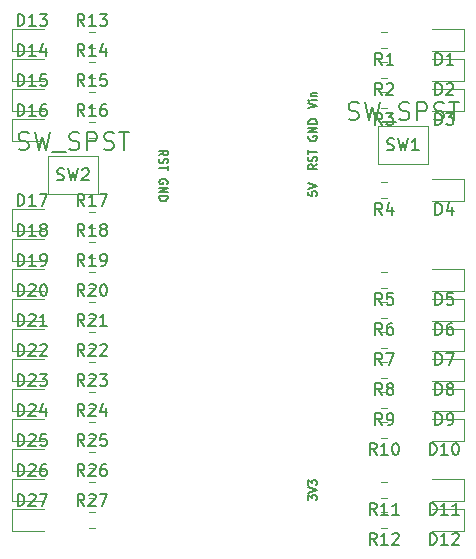
<source format=gbr>
G04 #@! TF.GenerationSoftware,KiCad,Pcbnew,(5.0.0)*
G04 #@! TF.CreationDate,2020-10-19T16:45:57-06:00*
G04 #@! TF.ProjectId,BlueMacro_LED_Tester,426C75654D6163726F5F4C45445F5465,rev?*
G04 #@! TF.SameCoordinates,Original*
G04 #@! TF.FileFunction,Legend,Top*
G04 #@! TF.FilePolarity,Positive*
%FSLAX46Y46*%
G04 Gerber Fmt 4.6, Leading zero omitted, Abs format (unit mm)*
G04 Created by KiCad (PCBNEW (5.0.0)) date 10/19/20 16:45:57*
%MOMM*%
%LPD*%
G01*
G04 APERTURE LIST*
%ADD10C,0.120000*%
%ADD11C,0.150000*%
%ADD12C,0.200000*%
G04 APERTURE END LIST*
D10*
G04 #@! TO.C,D1*
X157417500Y-68270000D02*
X160102500Y-68270000D01*
X160102500Y-68270000D02*
X160102500Y-66350000D01*
X160102500Y-66350000D02*
X157417500Y-66350000D01*
G04 #@! TO.C,D2*
X160102500Y-68890000D02*
X157417500Y-68890000D01*
X160102500Y-70810000D02*
X160102500Y-68890000D01*
X157417500Y-70810000D02*
X160102500Y-70810000D01*
G04 #@! TO.C,D3*
X160102500Y-71430000D02*
X157417500Y-71430000D01*
X160102500Y-73350000D02*
X160102500Y-71430000D01*
X157417500Y-73350000D02*
X160102500Y-73350000D01*
G04 #@! TO.C,D4*
X160102500Y-79050000D02*
X157417500Y-79050000D01*
X160102500Y-80970000D02*
X160102500Y-79050000D01*
X157417500Y-80970000D02*
X160102500Y-80970000D01*
G04 #@! TO.C,D5*
X157417500Y-88590000D02*
X160102500Y-88590000D01*
X160102500Y-88590000D02*
X160102500Y-86670000D01*
X160102500Y-86670000D02*
X157417500Y-86670000D01*
G04 #@! TO.C,D6*
X160102500Y-89210000D02*
X157417500Y-89210000D01*
X160102500Y-91130000D02*
X160102500Y-89210000D01*
X157417500Y-91130000D02*
X160102500Y-91130000D01*
G04 #@! TO.C,D7*
X157417500Y-93670000D02*
X160102500Y-93670000D01*
X160102500Y-93670000D02*
X160102500Y-91750000D01*
X160102500Y-91750000D02*
X157417500Y-91750000D01*
G04 #@! TO.C,D8*
X157417500Y-96210000D02*
X160102500Y-96210000D01*
X160102500Y-96210000D02*
X160102500Y-94290000D01*
X160102500Y-94290000D02*
X157417500Y-94290000D01*
G04 #@! TO.C,D9*
X157417500Y-98750000D02*
X160102500Y-98750000D01*
X160102500Y-98750000D02*
X160102500Y-96830000D01*
X160102500Y-96830000D02*
X157417500Y-96830000D01*
G04 #@! TO.C,D10*
X157417500Y-101290000D02*
X160102500Y-101290000D01*
X160102500Y-101290000D02*
X160102500Y-99370000D01*
X160102500Y-99370000D02*
X157417500Y-99370000D01*
G04 #@! TO.C,D11*
X157417500Y-106370000D02*
X160102500Y-106370000D01*
X160102500Y-106370000D02*
X160102500Y-104450000D01*
X160102500Y-104450000D02*
X157417500Y-104450000D01*
G04 #@! TO.C,D12*
X160102500Y-106990000D02*
X157417500Y-106990000D01*
X160102500Y-108910000D02*
X160102500Y-106990000D01*
X157417500Y-108910000D02*
X160102500Y-108910000D01*
G04 #@! TO.C,D13*
X121837500Y-68270000D02*
X124522500Y-68270000D01*
X121837500Y-66350000D02*
X121837500Y-68270000D01*
X124522500Y-66350000D02*
X121837500Y-66350000D01*
G04 #@! TO.C,D14*
X121837500Y-70810000D02*
X124522500Y-70810000D01*
X121837500Y-68890000D02*
X121837500Y-70810000D01*
X124522500Y-68890000D02*
X121837500Y-68890000D01*
G04 #@! TO.C,D15*
X121837500Y-73350000D02*
X124522500Y-73350000D01*
X121837500Y-71430000D02*
X121837500Y-73350000D01*
X124522500Y-71430000D02*
X121837500Y-71430000D01*
G04 #@! TO.C,D16*
X124522500Y-73970000D02*
X121837500Y-73970000D01*
X121837500Y-73970000D02*
X121837500Y-75890000D01*
X121837500Y-75890000D02*
X124522500Y-75890000D01*
G04 #@! TO.C,D17*
X121837500Y-83510000D02*
X124522500Y-83510000D01*
X121837500Y-81590000D02*
X121837500Y-83510000D01*
X124522500Y-81590000D02*
X121837500Y-81590000D01*
G04 #@! TO.C,D18*
X124522500Y-84130000D02*
X121837500Y-84130000D01*
X121837500Y-84130000D02*
X121837500Y-86050000D01*
X121837500Y-86050000D02*
X124522500Y-86050000D01*
G04 #@! TO.C,D19*
X121837500Y-88590000D02*
X124522500Y-88590000D01*
X121837500Y-86670000D02*
X121837500Y-88590000D01*
X124522500Y-86670000D02*
X121837500Y-86670000D01*
G04 #@! TO.C,D20*
X124522500Y-89210000D02*
X121837500Y-89210000D01*
X121837500Y-89210000D02*
X121837500Y-91130000D01*
X121837500Y-91130000D02*
X124522500Y-91130000D01*
G04 #@! TO.C,D21*
X121837500Y-93670000D02*
X124522500Y-93670000D01*
X121837500Y-91750000D02*
X121837500Y-93670000D01*
X124522500Y-91750000D02*
X121837500Y-91750000D01*
G04 #@! TO.C,D22*
X124522500Y-94290000D02*
X121837500Y-94290000D01*
X121837500Y-94290000D02*
X121837500Y-96210000D01*
X121837500Y-96210000D02*
X124522500Y-96210000D01*
G04 #@! TO.C,D23*
X124522500Y-96830000D02*
X121837500Y-96830000D01*
X121837500Y-96830000D02*
X121837500Y-98750000D01*
X121837500Y-98750000D02*
X124522500Y-98750000D01*
G04 #@! TO.C,D24*
X124522500Y-99370000D02*
X121837500Y-99370000D01*
X121837500Y-99370000D02*
X121837500Y-101290000D01*
X121837500Y-101290000D02*
X124522500Y-101290000D01*
G04 #@! TO.C,D25*
X121837500Y-103830000D02*
X124522500Y-103830000D01*
X121837500Y-101910000D02*
X121837500Y-103830000D01*
X124522500Y-101910000D02*
X121837500Y-101910000D01*
G04 #@! TO.C,D26*
X121837500Y-106370000D02*
X124522500Y-106370000D01*
X121837500Y-104450000D02*
X121837500Y-106370000D01*
X124522500Y-104450000D02*
X121837500Y-104450000D01*
G04 #@! TO.C,D27*
X124522500Y-106990000D02*
X121837500Y-106990000D01*
X121837500Y-106990000D02*
X121837500Y-108910000D01*
X121837500Y-108910000D02*
X124522500Y-108910000D01*
G04 #@! TO.C,R1*
X153596078Y-68020000D02*
X153078922Y-68020000D01*
X153596078Y-66600000D02*
X153078922Y-66600000D01*
G04 #@! TO.C,R2*
X153596078Y-69139997D02*
X153078922Y-69139997D01*
X153596078Y-70559997D02*
X153078922Y-70559997D01*
G04 #@! TO.C,R3*
X153596078Y-73100000D02*
X153078922Y-73100000D01*
X153596078Y-71680000D02*
X153078922Y-71680000D01*
G04 #@! TO.C,R4*
X153596078Y-79300000D02*
X153078922Y-79300000D01*
X153596078Y-80720000D02*
X153078922Y-80720000D01*
G04 #@! TO.C,R5*
X153596078Y-88340000D02*
X153078922Y-88340000D01*
X153596078Y-86920000D02*
X153078922Y-86920000D01*
G04 #@! TO.C,R6*
X153596078Y-89460000D02*
X153078922Y-89460000D01*
X153596078Y-90880000D02*
X153078922Y-90880000D01*
G04 #@! TO.C,R7*
X153596078Y-93420000D02*
X153078922Y-93420000D01*
X153596078Y-92000000D02*
X153078922Y-92000000D01*
G04 #@! TO.C,R8*
X153596078Y-94540000D02*
X153078922Y-94540000D01*
X153596078Y-95960000D02*
X153078922Y-95960000D01*
G04 #@! TO.C,R9*
X153596078Y-98500000D02*
X153078922Y-98500000D01*
X153596078Y-97080000D02*
X153078922Y-97080000D01*
G04 #@! TO.C,R10*
X153596078Y-99620000D02*
X153078922Y-99620000D01*
X153596078Y-101040000D02*
X153078922Y-101040000D01*
G04 #@! TO.C,R11*
X153596078Y-106120000D02*
X153078922Y-106120000D01*
X153596078Y-104700000D02*
X153078922Y-104700000D01*
G04 #@! TO.C,R12*
X153596078Y-107240000D02*
X153078922Y-107240000D01*
X153596078Y-108660000D02*
X153078922Y-108660000D01*
G04 #@! TO.C,R13*
X128343922Y-68020000D02*
X128861078Y-68020000D01*
X128343922Y-66600000D02*
X128861078Y-66600000D01*
G04 #@! TO.C,R14*
X128343922Y-70560000D02*
X128861078Y-70560000D01*
X128343922Y-69140000D02*
X128861078Y-69140000D01*
G04 #@! TO.C,R15*
X128343922Y-71680000D02*
X128861078Y-71680000D01*
X128343922Y-73100000D02*
X128861078Y-73100000D01*
G04 #@! TO.C,R16*
X128343922Y-75640000D02*
X128861078Y-75640000D01*
X128343922Y-74220000D02*
X128861078Y-74220000D01*
G04 #@! TO.C,R17*
X128343922Y-83260000D02*
X128861078Y-83260000D01*
X128343922Y-81840000D02*
X128861078Y-81840000D01*
G04 #@! TO.C,R18*
X128343922Y-84380000D02*
X128861078Y-84380000D01*
X128343922Y-85800000D02*
X128861078Y-85800000D01*
G04 #@! TO.C,R19*
X128343922Y-86920000D02*
X128861078Y-86920000D01*
X128343922Y-88340000D02*
X128861078Y-88340000D01*
G04 #@! TO.C,R20*
X128343922Y-90880000D02*
X128861078Y-90880000D01*
X128343922Y-89460000D02*
X128861078Y-89460000D01*
G04 #@! TO.C,R21*
X128343922Y-92000000D02*
X128861078Y-92000000D01*
X128343922Y-93420000D02*
X128861078Y-93420000D01*
G04 #@! TO.C,R22*
X128343922Y-94540000D02*
X128861078Y-94540000D01*
X128343922Y-95960000D02*
X128861078Y-95960000D01*
G04 #@! TO.C,R23*
X128343922Y-97080000D02*
X128861078Y-97080000D01*
X128343922Y-98500000D02*
X128861078Y-98500000D01*
G04 #@! TO.C,R24*
X128343922Y-99620000D02*
X128861078Y-99620000D01*
X128343922Y-101040000D02*
X128861078Y-101040000D01*
G04 #@! TO.C,R25*
X128343922Y-103580000D02*
X128861078Y-103580000D01*
X128343922Y-102160000D02*
X128861078Y-102160000D01*
G04 #@! TO.C,R26*
X128343922Y-104700000D02*
X128861078Y-104700000D01*
X128343922Y-106120000D02*
X128861078Y-106120000D01*
G04 #@! TO.C,R27*
X128343922Y-108660000D02*
X128861078Y-108660000D01*
X128343922Y-107240000D02*
X128861078Y-107240000D01*
G04 #@! TO.C,SW1*
X152840000Y-74600000D02*
X157040000Y-74600000D01*
X152840000Y-74600000D02*
X152840000Y-77800000D01*
X152840000Y-77800000D02*
X157040000Y-77800000D01*
X157040000Y-74600000D02*
X157040000Y-77800000D01*
G04 #@! TO.C,SW2*
X129100000Y-77140000D02*
X129100000Y-80340000D01*
X124900000Y-80340000D02*
X129100000Y-80340000D01*
X124900000Y-77140000D02*
X124900000Y-80340000D01*
X124900000Y-77140000D02*
X129100000Y-77140000D01*
G04 #@! TO.C,D1*
D11*
X157679404Y-69412380D02*
X157679404Y-68412380D01*
X157917500Y-68412380D01*
X158060357Y-68460000D01*
X158155595Y-68555238D01*
X158203214Y-68650476D01*
X158250833Y-68840952D01*
X158250833Y-68983809D01*
X158203214Y-69174285D01*
X158155595Y-69269523D01*
X158060357Y-69364761D01*
X157917500Y-69412380D01*
X157679404Y-69412380D01*
X159203214Y-69412380D02*
X158631785Y-69412380D01*
X158917500Y-69412380D02*
X158917500Y-68412380D01*
X158822261Y-68555238D01*
X158727023Y-68650476D01*
X158631785Y-68698095D01*
G04 #@! TO.C,D2*
X157679404Y-71952380D02*
X157679404Y-70952380D01*
X157917500Y-70952380D01*
X158060357Y-71000000D01*
X158155595Y-71095238D01*
X158203214Y-71190476D01*
X158250833Y-71380952D01*
X158250833Y-71523809D01*
X158203214Y-71714285D01*
X158155595Y-71809523D01*
X158060357Y-71904761D01*
X157917500Y-71952380D01*
X157679404Y-71952380D01*
X158631785Y-71047619D02*
X158679404Y-71000000D01*
X158774642Y-70952380D01*
X159012738Y-70952380D01*
X159107976Y-71000000D01*
X159155595Y-71047619D01*
X159203214Y-71142857D01*
X159203214Y-71238095D01*
X159155595Y-71380952D01*
X158584166Y-71952380D01*
X159203214Y-71952380D01*
G04 #@! TO.C,D3*
X157679404Y-74492380D02*
X157679404Y-73492380D01*
X157917500Y-73492380D01*
X158060357Y-73540000D01*
X158155595Y-73635238D01*
X158203214Y-73730476D01*
X158250833Y-73920952D01*
X158250833Y-74063809D01*
X158203214Y-74254285D01*
X158155595Y-74349523D01*
X158060357Y-74444761D01*
X157917500Y-74492380D01*
X157679404Y-74492380D01*
X158584166Y-73492380D02*
X159203214Y-73492380D01*
X158869880Y-73873333D01*
X159012738Y-73873333D01*
X159107976Y-73920952D01*
X159155595Y-73968571D01*
X159203214Y-74063809D01*
X159203214Y-74301904D01*
X159155595Y-74397142D01*
X159107976Y-74444761D01*
X159012738Y-74492380D01*
X158727023Y-74492380D01*
X158631785Y-74444761D01*
X158584166Y-74397142D01*
G04 #@! TO.C,D4*
X157679404Y-82112380D02*
X157679404Y-81112380D01*
X157917500Y-81112380D01*
X158060357Y-81160000D01*
X158155595Y-81255238D01*
X158203214Y-81350476D01*
X158250833Y-81540952D01*
X158250833Y-81683809D01*
X158203214Y-81874285D01*
X158155595Y-81969523D01*
X158060357Y-82064761D01*
X157917500Y-82112380D01*
X157679404Y-82112380D01*
X159107976Y-81445714D02*
X159107976Y-82112380D01*
X158869880Y-81064761D02*
X158631785Y-81779047D01*
X159250833Y-81779047D01*
G04 #@! TO.C,D5*
X157679404Y-89732380D02*
X157679404Y-88732380D01*
X157917500Y-88732380D01*
X158060357Y-88780000D01*
X158155595Y-88875238D01*
X158203214Y-88970476D01*
X158250833Y-89160952D01*
X158250833Y-89303809D01*
X158203214Y-89494285D01*
X158155595Y-89589523D01*
X158060357Y-89684761D01*
X157917500Y-89732380D01*
X157679404Y-89732380D01*
X159155595Y-88732380D02*
X158679404Y-88732380D01*
X158631785Y-89208571D01*
X158679404Y-89160952D01*
X158774642Y-89113333D01*
X159012738Y-89113333D01*
X159107976Y-89160952D01*
X159155595Y-89208571D01*
X159203214Y-89303809D01*
X159203214Y-89541904D01*
X159155595Y-89637142D01*
X159107976Y-89684761D01*
X159012738Y-89732380D01*
X158774642Y-89732380D01*
X158679404Y-89684761D01*
X158631785Y-89637142D01*
G04 #@! TO.C,D6*
X157679404Y-92272380D02*
X157679404Y-91272380D01*
X157917500Y-91272380D01*
X158060357Y-91320000D01*
X158155595Y-91415238D01*
X158203214Y-91510476D01*
X158250833Y-91700952D01*
X158250833Y-91843809D01*
X158203214Y-92034285D01*
X158155595Y-92129523D01*
X158060357Y-92224761D01*
X157917500Y-92272380D01*
X157679404Y-92272380D01*
X159107976Y-91272380D02*
X158917500Y-91272380D01*
X158822261Y-91320000D01*
X158774642Y-91367619D01*
X158679404Y-91510476D01*
X158631785Y-91700952D01*
X158631785Y-92081904D01*
X158679404Y-92177142D01*
X158727023Y-92224761D01*
X158822261Y-92272380D01*
X159012738Y-92272380D01*
X159107976Y-92224761D01*
X159155595Y-92177142D01*
X159203214Y-92081904D01*
X159203214Y-91843809D01*
X159155595Y-91748571D01*
X159107976Y-91700952D01*
X159012738Y-91653333D01*
X158822261Y-91653333D01*
X158727023Y-91700952D01*
X158679404Y-91748571D01*
X158631785Y-91843809D01*
G04 #@! TO.C,D7*
X157679404Y-94812380D02*
X157679404Y-93812380D01*
X157917500Y-93812380D01*
X158060357Y-93860000D01*
X158155595Y-93955238D01*
X158203214Y-94050476D01*
X158250833Y-94240952D01*
X158250833Y-94383809D01*
X158203214Y-94574285D01*
X158155595Y-94669523D01*
X158060357Y-94764761D01*
X157917500Y-94812380D01*
X157679404Y-94812380D01*
X158584166Y-93812380D02*
X159250833Y-93812380D01*
X158822261Y-94812380D01*
G04 #@! TO.C,D8*
X157679404Y-97352380D02*
X157679404Y-96352380D01*
X157917500Y-96352380D01*
X158060357Y-96400000D01*
X158155595Y-96495238D01*
X158203214Y-96590476D01*
X158250833Y-96780952D01*
X158250833Y-96923809D01*
X158203214Y-97114285D01*
X158155595Y-97209523D01*
X158060357Y-97304761D01*
X157917500Y-97352380D01*
X157679404Y-97352380D01*
X158822261Y-96780952D02*
X158727023Y-96733333D01*
X158679404Y-96685714D01*
X158631785Y-96590476D01*
X158631785Y-96542857D01*
X158679404Y-96447619D01*
X158727023Y-96400000D01*
X158822261Y-96352380D01*
X159012738Y-96352380D01*
X159107976Y-96400000D01*
X159155595Y-96447619D01*
X159203214Y-96542857D01*
X159203214Y-96590476D01*
X159155595Y-96685714D01*
X159107976Y-96733333D01*
X159012738Y-96780952D01*
X158822261Y-96780952D01*
X158727023Y-96828571D01*
X158679404Y-96876190D01*
X158631785Y-96971428D01*
X158631785Y-97161904D01*
X158679404Y-97257142D01*
X158727023Y-97304761D01*
X158822261Y-97352380D01*
X159012738Y-97352380D01*
X159107976Y-97304761D01*
X159155595Y-97257142D01*
X159203214Y-97161904D01*
X159203214Y-96971428D01*
X159155595Y-96876190D01*
X159107976Y-96828571D01*
X159012738Y-96780952D01*
G04 #@! TO.C,D9*
X157679404Y-99892380D02*
X157679404Y-98892380D01*
X157917500Y-98892380D01*
X158060357Y-98940000D01*
X158155595Y-99035238D01*
X158203214Y-99130476D01*
X158250833Y-99320952D01*
X158250833Y-99463809D01*
X158203214Y-99654285D01*
X158155595Y-99749523D01*
X158060357Y-99844761D01*
X157917500Y-99892380D01*
X157679404Y-99892380D01*
X158727023Y-99892380D02*
X158917500Y-99892380D01*
X159012738Y-99844761D01*
X159060357Y-99797142D01*
X159155595Y-99654285D01*
X159203214Y-99463809D01*
X159203214Y-99082857D01*
X159155595Y-98987619D01*
X159107976Y-98940000D01*
X159012738Y-98892380D01*
X158822261Y-98892380D01*
X158727023Y-98940000D01*
X158679404Y-98987619D01*
X158631785Y-99082857D01*
X158631785Y-99320952D01*
X158679404Y-99416190D01*
X158727023Y-99463809D01*
X158822261Y-99511428D01*
X159012738Y-99511428D01*
X159107976Y-99463809D01*
X159155595Y-99416190D01*
X159203214Y-99320952D01*
G04 #@! TO.C,D10*
X157203214Y-102432380D02*
X157203214Y-101432380D01*
X157441309Y-101432380D01*
X157584166Y-101480000D01*
X157679404Y-101575238D01*
X157727023Y-101670476D01*
X157774642Y-101860952D01*
X157774642Y-102003809D01*
X157727023Y-102194285D01*
X157679404Y-102289523D01*
X157584166Y-102384761D01*
X157441309Y-102432380D01*
X157203214Y-102432380D01*
X158727023Y-102432380D02*
X158155595Y-102432380D01*
X158441309Y-102432380D02*
X158441309Y-101432380D01*
X158346071Y-101575238D01*
X158250833Y-101670476D01*
X158155595Y-101718095D01*
X159346071Y-101432380D02*
X159441309Y-101432380D01*
X159536547Y-101480000D01*
X159584166Y-101527619D01*
X159631785Y-101622857D01*
X159679404Y-101813333D01*
X159679404Y-102051428D01*
X159631785Y-102241904D01*
X159584166Y-102337142D01*
X159536547Y-102384761D01*
X159441309Y-102432380D01*
X159346071Y-102432380D01*
X159250833Y-102384761D01*
X159203214Y-102337142D01*
X159155595Y-102241904D01*
X159107976Y-102051428D01*
X159107976Y-101813333D01*
X159155595Y-101622857D01*
X159203214Y-101527619D01*
X159250833Y-101480000D01*
X159346071Y-101432380D01*
G04 #@! TO.C,D11*
X157203214Y-107512380D02*
X157203214Y-106512380D01*
X157441309Y-106512380D01*
X157584166Y-106560000D01*
X157679404Y-106655238D01*
X157727023Y-106750476D01*
X157774642Y-106940952D01*
X157774642Y-107083809D01*
X157727023Y-107274285D01*
X157679404Y-107369523D01*
X157584166Y-107464761D01*
X157441309Y-107512380D01*
X157203214Y-107512380D01*
X158727023Y-107512380D02*
X158155595Y-107512380D01*
X158441309Y-107512380D02*
X158441309Y-106512380D01*
X158346071Y-106655238D01*
X158250833Y-106750476D01*
X158155595Y-106798095D01*
X159679404Y-107512380D02*
X159107976Y-107512380D01*
X159393690Y-107512380D02*
X159393690Y-106512380D01*
X159298452Y-106655238D01*
X159203214Y-106750476D01*
X159107976Y-106798095D01*
G04 #@! TO.C,D12*
X157203214Y-110052380D02*
X157203214Y-109052380D01*
X157441309Y-109052380D01*
X157584166Y-109100000D01*
X157679404Y-109195238D01*
X157727023Y-109290476D01*
X157774642Y-109480952D01*
X157774642Y-109623809D01*
X157727023Y-109814285D01*
X157679404Y-109909523D01*
X157584166Y-110004761D01*
X157441309Y-110052380D01*
X157203214Y-110052380D01*
X158727023Y-110052380D02*
X158155595Y-110052380D01*
X158441309Y-110052380D02*
X158441309Y-109052380D01*
X158346071Y-109195238D01*
X158250833Y-109290476D01*
X158155595Y-109338095D01*
X159107976Y-109147619D02*
X159155595Y-109100000D01*
X159250833Y-109052380D01*
X159488928Y-109052380D01*
X159584166Y-109100000D01*
X159631785Y-109147619D01*
X159679404Y-109242857D01*
X159679404Y-109338095D01*
X159631785Y-109480952D01*
X159060357Y-110052380D01*
X159679404Y-110052380D01*
G04 #@! TO.C,D13*
X122308214Y-66112380D02*
X122308214Y-65112380D01*
X122546309Y-65112380D01*
X122689166Y-65160000D01*
X122784404Y-65255238D01*
X122832023Y-65350476D01*
X122879642Y-65540952D01*
X122879642Y-65683809D01*
X122832023Y-65874285D01*
X122784404Y-65969523D01*
X122689166Y-66064761D01*
X122546309Y-66112380D01*
X122308214Y-66112380D01*
X123832023Y-66112380D02*
X123260595Y-66112380D01*
X123546309Y-66112380D02*
X123546309Y-65112380D01*
X123451071Y-65255238D01*
X123355833Y-65350476D01*
X123260595Y-65398095D01*
X124165357Y-65112380D02*
X124784404Y-65112380D01*
X124451071Y-65493333D01*
X124593928Y-65493333D01*
X124689166Y-65540952D01*
X124736785Y-65588571D01*
X124784404Y-65683809D01*
X124784404Y-65921904D01*
X124736785Y-66017142D01*
X124689166Y-66064761D01*
X124593928Y-66112380D01*
X124308214Y-66112380D01*
X124212976Y-66064761D01*
X124165357Y-66017142D01*
G04 #@! TO.C,D14*
X122308214Y-68652380D02*
X122308214Y-67652380D01*
X122546309Y-67652380D01*
X122689166Y-67700000D01*
X122784404Y-67795238D01*
X122832023Y-67890476D01*
X122879642Y-68080952D01*
X122879642Y-68223809D01*
X122832023Y-68414285D01*
X122784404Y-68509523D01*
X122689166Y-68604761D01*
X122546309Y-68652380D01*
X122308214Y-68652380D01*
X123832023Y-68652380D02*
X123260595Y-68652380D01*
X123546309Y-68652380D02*
X123546309Y-67652380D01*
X123451071Y-67795238D01*
X123355833Y-67890476D01*
X123260595Y-67938095D01*
X124689166Y-67985714D02*
X124689166Y-68652380D01*
X124451071Y-67604761D02*
X124212976Y-68319047D01*
X124832023Y-68319047D01*
G04 #@! TO.C,D15*
X122308214Y-71192380D02*
X122308214Y-70192380D01*
X122546309Y-70192380D01*
X122689166Y-70240000D01*
X122784404Y-70335238D01*
X122832023Y-70430476D01*
X122879642Y-70620952D01*
X122879642Y-70763809D01*
X122832023Y-70954285D01*
X122784404Y-71049523D01*
X122689166Y-71144761D01*
X122546309Y-71192380D01*
X122308214Y-71192380D01*
X123832023Y-71192380D02*
X123260595Y-71192380D01*
X123546309Y-71192380D02*
X123546309Y-70192380D01*
X123451071Y-70335238D01*
X123355833Y-70430476D01*
X123260595Y-70478095D01*
X124736785Y-70192380D02*
X124260595Y-70192380D01*
X124212976Y-70668571D01*
X124260595Y-70620952D01*
X124355833Y-70573333D01*
X124593928Y-70573333D01*
X124689166Y-70620952D01*
X124736785Y-70668571D01*
X124784404Y-70763809D01*
X124784404Y-71001904D01*
X124736785Y-71097142D01*
X124689166Y-71144761D01*
X124593928Y-71192380D01*
X124355833Y-71192380D01*
X124260595Y-71144761D01*
X124212976Y-71097142D01*
G04 #@! TO.C,D16*
X122308214Y-73732380D02*
X122308214Y-72732380D01*
X122546309Y-72732380D01*
X122689166Y-72780000D01*
X122784404Y-72875238D01*
X122832023Y-72970476D01*
X122879642Y-73160952D01*
X122879642Y-73303809D01*
X122832023Y-73494285D01*
X122784404Y-73589523D01*
X122689166Y-73684761D01*
X122546309Y-73732380D01*
X122308214Y-73732380D01*
X123832023Y-73732380D02*
X123260595Y-73732380D01*
X123546309Y-73732380D02*
X123546309Y-72732380D01*
X123451071Y-72875238D01*
X123355833Y-72970476D01*
X123260595Y-73018095D01*
X124689166Y-72732380D02*
X124498690Y-72732380D01*
X124403452Y-72780000D01*
X124355833Y-72827619D01*
X124260595Y-72970476D01*
X124212976Y-73160952D01*
X124212976Y-73541904D01*
X124260595Y-73637142D01*
X124308214Y-73684761D01*
X124403452Y-73732380D01*
X124593928Y-73732380D01*
X124689166Y-73684761D01*
X124736785Y-73637142D01*
X124784404Y-73541904D01*
X124784404Y-73303809D01*
X124736785Y-73208571D01*
X124689166Y-73160952D01*
X124593928Y-73113333D01*
X124403452Y-73113333D01*
X124308214Y-73160952D01*
X124260595Y-73208571D01*
X124212976Y-73303809D01*
G04 #@! TO.C,D17*
X122308214Y-81352380D02*
X122308214Y-80352380D01*
X122546309Y-80352380D01*
X122689166Y-80400000D01*
X122784404Y-80495238D01*
X122832023Y-80590476D01*
X122879642Y-80780952D01*
X122879642Y-80923809D01*
X122832023Y-81114285D01*
X122784404Y-81209523D01*
X122689166Y-81304761D01*
X122546309Y-81352380D01*
X122308214Y-81352380D01*
X123832023Y-81352380D02*
X123260595Y-81352380D01*
X123546309Y-81352380D02*
X123546309Y-80352380D01*
X123451071Y-80495238D01*
X123355833Y-80590476D01*
X123260595Y-80638095D01*
X124165357Y-80352380D02*
X124832023Y-80352380D01*
X124403452Y-81352380D01*
G04 #@! TO.C,D18*
X122308214Y-83892380D02*
X122308214Y-82892380D01*
X122546309Y-82892380D01*
X122689166Y-82940000D01*
X122784404Y-83035238D01*
X122832023Y-83130476D01*
X122879642Y-83320952D01*
X122879642Y-83463809D01*
X122832023Y-83654285D01*
X122784404Y-83749523D01*
X122689166Y-83844761D01*
X122546309Y-83892380D01*
X122308214Y-83892380D01*
X123832023Y-83892380D02*
X123260595Y-83892380D01*
X123546309Y-83892380D02*
X123546309Y-82892380D01*
X123451071Y-83035238D01*
X123355833Y-83130476D01*
X123260595Y-83178095D01*
X124403452Y-83320952D02*
X124308214Y-83273333D01*
X124260595Y-83225714D01*
X124212976Y-83130476D01*
X124212976Y-83082857D01*
X124260595Y-82987619D01*
X124308214Y-82940000D01*
X124403452Y-82892380D01*
X124593928Y-82892380D01*
X124689166Y-82940000D01*
X124736785Y-82987619D01*
X124784404Y-83082857D01*
X124784404Y-83130476D01*
X124736785Y-83225714D01*
X124689166Y-83273333D01*
X124593928Y-83320952D01*
X124403452Y-83320952D01*
X124308214Y-83368571D01*
X124260595Y-83416190D01*
X124212976Y-83511428D01*
X124212976Y-83701904D01*
X124260595Y-83797142D01*
X124308214Y-83844761D01*
X124403452Y-83892380D01*
X124593928Y-83892380D01*
X124689166Y-83844761D01*
X124736785Y-83797142D01*
X124784404Y-83701904D01*
X124784404Y-83511428D01*
X124736785Y-83416190D01*
X124689166Y-83368571D01*
X124593928Y-83320952D01*
G04 #@! TO.C,D19*
X122308214Y-86432380D02*
X122308214Y-85432380D01*
X122546309Y-85432380D01*
X122689166Y-85480000D01*
X122784404Y-85575238D01*
X122832023Y-85670476D01*
X122879642Y-85860952D01*
X122879642Y-86003809D01*
X122832023Y-86194285D01*
X122784404Y-86289523D01*
X122689166Y-86384761D01*
X122546309Y-86432380D01*
X122308214Y-86432380D01*
X123832023Y-86432380D02*
X123260595Y-86432380D01*
X123546309Y-86432380D02*
X123546309Y-85432380D01*
X123451071Y-85575238D01*
X123355833Y-85670476D01*
X123260595Y-85718095D01*
X124308214Y-86432380D02*
X124498690Y-86432380D01*
X124593928Y-86384761D01*
X124641547Y-86337142D01*
X124736785Y-86194285D01*
X124784404Y-86003809D01*
X124784404Y-85622857D01*
X124736785Y-85527619D01*
X124689166Y-85480000D01*
X124593928Y-85432380D01*
X124403452Y-85432380D01*
X124308214Y-85480000D01*
X124260595Y-85527619D01*
X124212976Y-85622857D01*
X124212976Y-85860952D01*
X124260595Y-85956190D01*
X124308214Y-86003809D01*
X124403452Y-86051428D01*
X124593928Y-86051428D01*
X124689166Y-86003809D01*
X124736785Y-85956190D01*
X124784404Y-85860952D01*
G04 #@! TO.C,D20*
X122308214Y-88972380D02*
X122308214Y-87972380D01*
X122546309Y-87972380D01*
X122689166Y-88020000D01*
X122784404Y-88115238D01*
X122832023Y-88210476D01*
X122879642Y-88400952D01*
X122879642Y-88543809D01*
X122832023Y-88734285D01*
X122784404Y-88829523D01*
X122689166Y-88924761D01*
X122546309Y-88972380D01*
X122308214Y-88972380D01*
X123260595Y-88067619D02*
X123308214Y-88020000D01*
X123403452Y-87972380D01*
X123641547Y-87972380D01*
X123736785Y-88020000D01*
X123784404Y-88067619D01*
X123832023Y-88162857D01*
X123832023Y-88258095D01*
X123784404Y-88400952D01*
X123212976Y-88972380D01*
X123832023Y-88972380D01*
X124451071Y-87972380D02*
X124546309Y-87972380D01*
X124641547Y-88020000D01*
X124689166Y-88067619D01*
X124736785Y-88162857D01*
X124784404Y-88353333D01*
X124784404Y-88591428D01*
X124736785Y-88781904D01*
X124689166Y-88877142D01*
X124641547Y-88924761D01*
X124546309Y-88972380D01*
X124451071Y-88972380D01*
X124355833Y-88924761D01*
X124308214Y-88877142D01*
X124260595Y-88781904D01*
X124212976Y-88591428D01*
X124212976Y-88353333D01*
X124260595Y-88162857D01*
X124308214Y-88067619D01*
X124355833Y-88020000D01*
X124451071Y-87972380D01*
G04 #@! TO.C,D21*
X122308214Y-91512380D02*
X122308214Y-90512380D01*
X122546309Y-90512380D01*
X122689166Y-90560000D01*
X122784404Y-90655238D01*
X122832023Y-90750476D01*
X122879642Y-90940952D01*
X122879642Y-91083809D01*
X122832023Y-91274285D01*
X122784404Y-91369523D01*
X122689166Y-91464761D01*
X122546309Y-91512380D01*
X122308214Y-91512380D01*
X123260595Y-90607619D02*
X123308214Y-90560000D01*
X123403452Y-90512380D01*
X123641547Y-90512380D01*
X123736785Y-90560000D01*
X123784404Y-90607619D01*
X123832023Y-90702857D01*
X123832023Y-90798095D01*
X123784404Y-90940952D01*
X123212976Y-91512380D01*
X123832023Y-91512380D01*
X124784404Y-91512380D02*
X124212976Y-91512380D01*
X124498690Y-91512380D02*
X124498690Y-90512380D01*
X124403452Y-90655238D01*
X124308214Y-90750476D01*
X124212976Y-90798095D01*
G04 #@! TO.C,D22*
X122308214Y-94052380D02*
X122308214Y-93052380D01*
X122546309Y-93052380D01*
X122689166Y-93100000D01*
X122784404Y-93195238D01*
X122832023Y-93290476D01*
X122879642Y-93480952D01*
X122879642Y-93623809D01*
X122832023Y-93814285D01*
X122784404Y-93909523D01*
X122689166Y-94004761D01*
X122546309Y-94052380D01*
X122308214Y-94052380D01*
X123260595Y-93147619D02*
X123308214Y-93100000D01*
X123403452Y-93052380D01*
X123641547Y-93052380D01*
X123736785Y-93100000D01*
X123784404Y-93147619D01*
X123832023Y-93242857D01*
X123832023Y-93338095D01*
X123784404Y-93480952D01*
X123212976Y-94052380D01*
X123832023Y-94052380D01*
X124212976Y-93147619D02*
X124260595Y-93100000D01*
X124355833Y-93052380D01*
X124593928Y-93052380D01*
X124689166Y-93100000D01*
X124736785Y-93147619D01*
X124784404Y-93242857D01*
X124784404Y-93338095D01*
X124736785Y-93480952D01*
X124165357Y-94052380D01*
X124784404Y-94052380D01*
G04 #@! TO.C,D23*
X122308214Y-96592380D02*
X122308214Y-95592380D01*
X122546309Y-95592380D01*
X122689166Y-95640000D01*
X122784404Y-95735238D01*
X122832023Y-95830476D01*
X122879642Y-96020952D01*
X122879642Y-96163809D01*
X122832023Y-96354285D01*
X122784404Y-96449523D01*
X122689166Y-96544761D01*
X122546309Y-96592380D01*
X122308214Y-96592380D01*
X123260595Y-95687619D02*
X123308214Y-95640000D01*
X123403452Y-95592380D01*
X123641547Y-95592380D01*
X123736785Y-95640000D01*
X123784404Y-95687619D01*
X123832023Y-95782857D01*
X123832023Y-95878095D01*
X123784404Y-96020952D01*
X123212976Y-96592380D01*
X123832023Y-96592380D01*
X124165357Y-95592380D02*
X124784404Y-95592380D01*
X124451071Y-95973333D01*
X124593928Y-95973333D01*
X124689166Y-96020952D01*
X124736785Y-96068571D01*
X124784404Y-96163809D01*
X124784404Y-96401904D01*
X124736785Y-96497142D01*
X124689166Y-96544761D01*
X124593928Y-96592380D01*
X124308214Y-96592380D01*
X124212976Y-96544761D01*
X124165357Y-96497142D01*
G04 #@! TO.C,D24*
X122308214Y-99132380D02*
X122308214Y-98132380D01*
X122546309Y-98132380D01*
X122689166Y-98180000D01*
X122784404Y-98275238D01*
X122832023Y-98370476D01*
X122879642Y-98560952D01*
X122879642Y-98703809D01*
X122832023Y-98894285D01*
X122784404Y-98989523D01*
X122689166Y-99084761D01*
X122546309Y-99132380D01*
X122308214Y-99132380D01*
X123260595Y-98227619D02*
X123308214Y-98180000D01*
X123403452Y-98132380D01*
X123641547Y-98132380D01*
X123736785Y-98180000D01*
X123784404Y-98227619D01*
X123832023Y-98322857D01*
X123832023Y-98418095D01*
X123784404Y-98560952D01*
X123212976Y-99132380D01*
X123832023Y-99132380D01*
X124689166Y-98465714D02*
X124689166Y-99132380D01*
X124451071Y-98084761D02*
X124212976Y-98799047D01*
X124832023Y-98799047D01*
G04 #@! TO.C,D25*
X122308214Y-101672380D02*
X122308214Y-100672380D01*
X122546309Y-100672380D01*
X122689166Y-100720000D01*
X122784404Y-100815238D01*
X122832023Y-100910476D01*
X122879642Y-101100952D01*
X122879642Y-101243809D01*
X122832023Y-101434285D01*
X122784404Y-101529523D01*
X122689166Y-101624761D01*
X122546309Y-101672380D01*
X122308214Y-101672380D01*
X123260595Y-100767619D02*
X123308214Y-100720000D01*
X123403452Y-100672380D01*
X123641547Y-100672380D01*
X123736785Y-100720000D01*
X123784404Y-100767619D01*
X123832023Y-100862857D01*
X123832023Y-100958095D01*
X123784404Y-101100952D01*
X123212976Y-101672380D01*
X123832023Y-101672380D01*
X124736785Y-100672380D02*
X124260595Y-100672380D01*
X124212976Y-101148571D01*
X124260595Y-101100952D01*
X124355833Y-101053333D01*
X124593928Y-101053333D01*
X124689166Y-101100952D01*
X124736785Y-101148571D01*
X124784404Y-101243809D01*
X124784404Y-101481904D01*
X124736785Y-101577142D01*
X124689166Y-101624761D01*
X124593928Y-101672380D01*
X124355833Y-101672380D01*
X124260595Y-101624761D01*
X124212976Y-101577142D01*
G04 #@! TO.C,D26*
X122308214Y-104212380D02*
X122308214Y-103212380D01*
X122546309Y-103212380D01*
X122689166Y-103260000D01*
X122784404Y-103355238D01*
X122832023Y-103450476D01*
X122879642Y-103640952D01*
X122879642Y-103783809D01*
X122832023Y-103974285D01*
X122784404Y-104069523D01*
X122689166Y-104164761D01*
X122546309Y-104212380D01*
X122308214Y-104212380D01*
X123260595Y-103307619D02*
X123308214Y-103260000D01*
X123403452Y-103212380D01*
X123641547Y-103212380D01*
X123736785Y-103260000D01*
X123784404Y-103307619D01*
X123832023Y-103402857D01*
X123832023Y-103498095D01*
X123784404Y-103640952D01*
X123212976Y-104212380D01*
X123832023Y-104212380D01*
X124689166Y-103212380D02*
X124498690Y-103212380D01*
X124403452Y-103260000D01*
X124355833Y-103307619D01*
X124260595Y-103450476D01*
X124212976Y-103640952D01*
X124212976Y-104021904D01*
X124260595Y-104117142D01*
X124308214Y-104164761D01*
X124403452Y-104212380D01*
X124593928Y-104212380D01*
X124689166Y-104164761D01*
X124736785Y-104117142D01*
X124784404Y-104021904D01*
X124784404Y-103783809D01*
X124736785Y-103688571D01*
X124689166Y-103640952D01*
X124593928Y-103593333D01*
X124403452Y-103593333D01*
X124308214Y-103640952D01*
X124260595Y-103688571D01*
X124212976Y-103783809D01*
G04 #@! TO.C,D27*
X122308214Y-106752380D02*
X122308214Y-105752380D01*
X122546309Y-105752380D01*
X122689166Y-105800000D01*
X122784404Y-105895238D01*
X122832023Y-105990476D01*
X122879642Y-106180952D01*
X122879642Y-106323809D01*
X122832023Y-106514285D01*
X122784404Y-106609523D01*
X122689166Y-106704761D01*
X122546309Y-106752380D01*
X122308214Y-106752380D01*
X123260595Y-105847619D02*
X123308214Y-105800000D01*
X123403452Y-105752380D01*
X123641547Y-105752380D01*
X123736785Y-105800000D01*
X123784404Y-105847619D01*
X123832023Y-105942857D01*
X123832023Y-106038095D01*
X123784404Y-106180952D01*
X123212976Y-106752380D01*
X123832023Y-106752380D01*
X124165357Y-105752380D02*
X124832023Y-105752380D01*
X124403452Y-106752380D01*
G04 #@! TO.C,R1*
X153170833Y-69412380D02*
X152837500Y-68936190D01*
X152599404Y-69412380D02*
X152599404Y-68412380D01*
X152980357Y-68412380D01*
X153075595Y-68460000D01*
X153123214Y-68507619D01*
X153170833Y-68602857D01*
X153170833Y-68745714D01*
X153123214Y-68840952D01*
X153075595Y-68888571D01*
X152980357Y-68936190D01*
X152599404Y-68936190D01*
X154123214Y-69412380D02*
X153551785Y-69412380D01*
X153837500Y-69412380D02*
X153837500Y-68412380D01*
X153742261Y-68555238D01*
X153647023Y-68650476D01*
X153551785Y-68698095D01*
G04 #@! TO.C,R2*
X153170833Y-71952377D02*
X152837500Y-71476187D01*
X152599404Y-71952377D02*
X152599404Y-70952377D01*
X152980357Y-70952377D01*
X153075595Y-70999997D01*
X153123214Y-71047616D01*
X153170833Y-71142854D01*
X153170833Y-71285711D01*
X153123214Y-71380949D01*
X153075595Y-71428568D01*
X152980357Y-71476187D01*
X152599404Y-71476187D01*
X153551785Y-71047616D02*
X153599404Y-70999997D01*
X153694642Y-70952377D01*
X153932738Y-70952377D01*
X154027976Y-70999997D01*
X154075595Y-71047616D01*
X154123214Y-71142854D01*
X154123214Y-71238092D01*
X154075595Y-71380949D01*
X153504166Y-71952377D01*
X154123214Y-71952377D01*
G04 #@! TO.C,R3*
X153170833Y-74492380D02*
X152837500Y-74016190D01*
X152599404Y-74492380D02*
X152599404Y-73492380D01*
X152980357Y-73492380D01*
X153075595Y-73540000D01*
X153123214Y-73587619D01*
X153170833Y-73682857D01*
X153170833Y-73825714D01*
X153123214Y-73920952D01*
X153075595Y-73968571D01*
X152980357Y-74016190D01*
X152599404Y-74016190D01*
X153504166Y-73492380D02*
X154123214Y-73492380D01*
X153789880Y-73873333D01*
X153932738Y-73873333D01*
X154027976Y-73920952D01*
X154075595Y-73968571D01*
X154123214Y-74063809D01*
X154123214Y-74301904D01*
X154075595Y-74397142D01*
X154027976Y-74444761D01*
X153932738Y-74492380D01*
X153647023Y-74492380D01*
X153551785Y-74444761D01*
X153504166Y-74397142D01*
G04 #@! TO.C,R4*
X153170833Y-82112380D02*
X152837500Y-81636190D01*
X152599404Y-82112380D02*
X152599404Y-81112380D01*
X152980357Y-81112380D01*
X153075595Y-81160000D01*
X153123214Y-81207619D01*
X153170833Y-81302857D01*
X153170833Y-81445714D01*
X153123214Y-81540952D01*
X153075595Y-81588571D01*
X152980357Y-81636190D01*
X152599404Y-81636190D01*
X154027976Y-81445714D02*
X154027976Y-82112380D01*
X153789880Y-81064761D02*
X153551785Y-81779047D01*
X154170833Y-81779047D01*
G04 #@! TO.C,R5*
X153170833Y-89732380D02*
X152837500Y-89256190D01*
X152599404Y-89732380D02*
X152599404Y-88732380D01*
X152980357Y-88732380D01*
X153075595Y-88780000D01*
X153123214Y-88827619D01*
X153170833Y-88922857D01*
X153170833Y-89065714D01*
X153123214Y-89160952D01*
X153075595Y-89208571D01*
X152980357Y-89256190D01*
X152599404Y-89256190D01*
X154075595Y-88732380D02*
X153599404Y-88732380D01*
X153551785Y-89208571D01*
X153599404Y-89160952D01*
X153694642Y-89113333D01*
X153932738Y-89113333D01*
X154027976Y-89160952D01*
X154075595Y-89208571D01*
X154123214Y-89303809D01*
X154123214Y-89541904D01*
X154075595Y-89637142D01*
X154027976Y-89684761D01*
X153932738Y-89732380D01*
X153694642Y-89732380D01*
X153599404Y-89684761D01*
X153551785Y-89637142D01*
G04 #@! TO.C,R6*
X153170833Y-92272380D02*
X152837500Y-91796190D01*
X152599404Y-92272380D02*
X152599404Y-91272380D01*
X152980357Y-91272380D01*
X153075595Y-91320000D01*
X153123214Y-91367619D01*
X153170833Y-91462857D01*
X153170833Y-91605714D01*
X153123214Y-91700952D01*
X153075595Y-91748571D01*
X152980357Y-91796190D01*
X152599404Y-91796190D01*
X154027976Y-91272380D02*
X153837500Y-91272380D01*
X153742261Y-91320000D01*
X153694642Y-91367619D01*
X153599404Y-91510476D01*
X153551785Y-91700952D01*
X153551785Y-92081904D01*
X153599404Y-92177142D01*
X153647023Y-92224761D01*
X153742261Y-92272380D01*
X153932738Y-92272380D01*
X154027976Y-92224761D01*
X154075595Y-92177142D01*
X154123214Y-92081904D01*
X154123214Y-91843809D01*
X154075595Y-91748571D01*
X154027976Y-91700952D01*
X153932738Y-91653333D01*
X153742261Y-91653333D01*
X153647023Y-91700952D01*
X153599404Y-91748571D01*
X153551785Y-91843809D01*
G04 #@! TO.C,R7*
X153170833Y-94812380D02*
X152837500Y-94336190D01*
X152599404Y-94812380D02*
X152599404Y-93812380D01*
X152980357Y-93812380D01*
X153075595Y-93860000D01*
X153123214Y-93907619D01*
X153170833Y-94002857D01*
X153170833Y-94145714D01*
X153123214Y-94240952D01*
X153075595Y-94288571D01*
X152980357Y-94336190D01*
X152599404Y-94336190D01*
X153504166Y-93812380D02*
X154170833Y-93812380D01*
X153742261Y-94812380D01*
G04 #@! TO.C,R8*
X153170833Y-97352380D02*
X152837500Y-96876190D01*
X152599404Y-97352380D02*
X152599404Y-96352380D01*
X152980357Y-96352380D01*
X153075595Y-96400000D01*
X153123214Y-96447619D01*
X153170833Y-96542857D01*
X153170833Y-96685714D01*
X153123214Y-96780952D01*
X153075595Y-96828571D01*
X152980357Y-96876190D01*
X152599404Y-96876190D01*
X153742261Y-96780952D02*
X153647023Y-96733333D01*
X153599404Y-96685714D01*
X153551785Y-96590476D01*
X153551785Y-96542857D01*
X153599404Y-96447619D01*
X153647023Y-96400000D01*
X153742261Y-96352380D01*
X153932738Y-96352380D01*
X154027976Y-96400000D01*
X154075595Y-96447619D01*
X154123214Y-96542857D01*
X154123214Y-96590476D01*
X154075595Y-96685714D01*
X154027976Y-96733333D01*
X153932738Y-96780952D01*
X153742261Y-96780952D01*
X153647023Y-96828571D01*
X153599404Y-96876190D01*
X153551785Y-96971428D01*
X153551785Y-97161904D01*
X153599404Y-97257142D01*
X153647023Y-97304761D01*
X153742261Y-97352380D01*
X153932738Y-97352380D01*
X154027976Y-97304761D01*
X154075595Y-97257142D01*
X154123214Y-97161904D01*
X154123214Y-96971428D01*
X154075595Y-96876190D01*
X154027976Y-96828571D01*
X153932738Y-96780952D01*
G04 #@! TO.C,R9*
X153170833Y-99892380D02*
X152837500Y-99416190D01*
X152599404Y-99892380D02*
X152599404Y-98892380D01*
X152980357Y-98892380D01*
X153075595Y-98940000D01*
X153123214Y-98987619D01*
X153170833Y-99082857D01*
X153170833Y-99225714D01*
X153123214Y-99320952D01*
X153075595Y-99368571D01*
X152980357Y-99416190D01*
X152599404Y-99416190D01*
X153647023Y-99892380D02*
X153837500Y-99892380D01*
X153932738Y-99844761D01*
X153980357Y-99797142D01*
X154075595Y-99654285D01*
X154123214Y-99463809D01*
X154123214Y-99082857D01*
X154075595Y-98987619D01*
X154027976Y-98940000D01*
X153932738Y-98892380D01*
X153742261Y-98892380D01*
X153647023Y-98940000D01*
X153599404Y-98987619D01*
X153551785Y-99082857D01*
X153551785Y-99320952D01*
X153599404Y-99416190D01*
X153647023Y-99463809D01*
X153742261Y-99511428D01*
X153932738Y-99511428D01*
X154027976Y-99463809D01*
X154075595Y-99416190D01*
X154123214Y-99320952D01*
G04 #@! TO.C,R10*
X152694642Y-102432380D02*
X152361309Y-101956190D01*
X152123214Y-102432380D02*
X152123214Y-101432380D01*
X152504166Y-101432380D01*
X152599404Y-101480000D01*
X152647023Y-101527619D01*
X152694642Y-101622857D01*
X152694642Y-101765714D01*
X152647023Y-101860952D01*
X152599404Y-101908571D01*
X152504166Y-101956190D01*
X152123214Y-101956190D01*
X153647023Y-102432380D02*
X153075595Y-102432380D01*
X153361309Y-102432380D02*
X153361309Y-101432380D01*
X153266071Y-101575238D01*
X153170833Y-101670476D01*
X153075595Y-101718095D01*
X154266071Y-101432380D02*
X154361309Y-101432380D01*
X154456547Y-101480000D01*
X154504166Y-101527619D01*
X154551785Y-101622857D01*
X154599404Y-101813333D01*
X154599404Y-102051428D01*
X154551785Y-102241904D01*
X154504166Y-102337142D01*
X154456547Y-102384761D01*
X154361309Y-102432380D01*
X154266071Y-102432380D01*
X154170833Y-102384761D01*
X154123214Y-102337142D01*
X154075595Y-102241904D01*
X154027976Y-102051428D01*
X154027976Y-101813333D01*
X154075595Y-101622857D01*
X154123214Y-101527619D01*
X154170833Y-101480000D01*
X154266071Y-101432380D01*
G04 #@! TO.C,R11*
X152694642Y-107512380D02*
X152361309Y-107036190D01*
X152123214Y-107512380D02*
X152123214Y-106512380D01*
X152504166Y-106512380D01*
X152599404Y-106560000D01*
X152647023Y-106607619D01*
X152694642Y-106702857D01*
X152694642Y-106845714D01*
X152647023Y-106940952D01*
X152599404Y-106988571D01*
X152504166Y-107036190D01*
X152123214Y-107036190D01*
X153647023Y-107512380D02*
X153075595Y-107512380D01*
X153361309Y-107512380D02*
X153361309Y-106512380D01*
X153266071Y-106655238D01*
X153170833Y-106750476D01*
X153075595Y-106798095D01*
X154599404Y-107512380D02*
X154027976Y-107512380D01*
X154313690Y-107512380D02*
X154313690Y-106512380D01*
X154218452Y-106655238D01*
X154123214Y-106750476D01*
X154027976Y-106798095D01*
G04 #@! TO.C,R12*
X152694642Y-110052380D02*
X152361309Y-109576190D01*
X152123214Y-110052380D02*
X152123214Y-109052380D01*
X152504166Y-109052380D01*
X152599404Y-109100000D01*
X152647023Y-109147619D01*
X152694642Y-109242857D01*
X152694642Y-109385714D01*
X152647023Y-109480952D01*
X152599404Y-109528571D01*
X152504166Y-109576190D01*
X152123214Y-109576190D01*
X153647023Y-110052380D02*
X153075595Y-110052380D01*
X153361309Y-110052380D02*
X153361309Y-109052380D01*
X153266071Y-109195238D01*
X153170833Y-109290476D01*
X153075595Y-109338095D01*
X154027976Y-109147619D02*
X154075595Y-109100000D01*
X154170833Y-109052380D01*
X154408928Y-109052380D01*
X154504166Y-109100000D01*
X154551785Y-109147619D01*
X154599404Y-109242857D01*
X154599404Y-109338095D01*
X154551785Y-109480952D01*
X153980357Y-110052380D01*
X154599404Y-110052380D01*
G04 #@! TO.C,R13*
X127959642Y-66112380D02*
X127626309Y-65636190D01*
X127388214Y-66112380D02*
X127388214Y-65112380D01*
X127769166Y-65112380D01*
X127864404Y-65160000D01*
X127912023Y-65207619D01*
X127959642Y-65302857D01*
X127959642Y-65445714D01*
X127912023Y-65540952D01*
X127864404Y-65588571D01*
X127769166Y-65636190D01*
X127388214Y-65636190D01*
X128912023Y-66112380D02*
X128340595Y-66112380D01*
X128626309Y-66112380D02*
X128626309Y-65112380D01*
X128531071Y-65255238D01*
X128435833Y-65350476D01*
X128340595Y-65398095D01*
X129245357Y-65112380D02*
X129864404Y-65112380D01*
X129531071Y-65493333D01*
X129673928Y-65493333D01*
X129769166Y-65540952D01*
X129816785Y-65588571D01*
X129864404Y-65683809D01*
X129864404Y-65921904D01*
X129816785Y-66017142D01*
X129769166Y-66064761D01*
X129673928Y-66112380D01*
X129388214Y-66112380D01*
X129292976Y-66064761D01*
X129245357Y-66017142D01*
G04 #@! TO.C,R14*
X127959642Y-68652380D02*
X127626309Y-68176190D01*
X127388214Y-68652380D02*
X127388214Y-67652380D01*
X127769166Y-67652380D01*
X127864404Y-67700000D01*
X127912023Y-67747619D01*
X127959642Y-67842857D01*
X127959642Y-67985714D01*
X127912023Y-68080952D01*
X127864404Y-68128571D01*
X127769166Y-68176190D01*
X127388214Y-68176190D01*
X128912023Y-68652380D02*
X128340595Y-68652380D01*
X128626309Y-68652380D02*
X128626309Y-67652380D01*
X128531071Y-67795238D01*
X128435833Y-67890476D01*
X128340595Y-67938095D01*
X129769166Y-67985714D02*
X129769166Y-68652380D01*
X129531071Y-67604761D02*
X129292976Y-68319047D01*
X129912023Y-68319047D01*
G04 #@! TO.C,R15*
X127959642Y-71192380D02*
X127626309Y-70716190D01*
X127388214Y-71192380D02*
X127388214Y-70192380D01*
X127769166Y-70192380D01*
X127864404Y-70240000D01*
X127912023Y-70287619D01*
X127959642Y-70382857D01*
X127959642Y-70525714D01*
X127912023Y-70620952D01*
X127864404Y-70668571D01*
X127769166Y-70716190D01*
X127388214Y-70716190D01*
X128912023Y-71192380D02*
X128340595Y-71192380D01*
X128626309Y-71192380D02*
X128626309Y-70192380D01*
X128531071Y-70335238D01*
X128435833Y-70430476D01*
X128340595Y-70478095D01*
X129816785Y-70192380D02*
X129340595Y-70192380D01*
X129292976Y-70668571D01*
X129340595Y-70620952D01*
X129435833Y-70573333D01*
X129673928Y-70573333D01*
X129769166Y-70620952D01*
X129816785Y-70668571D01*
X129864404Y-70763809D01*
X129864404Y-71001904D01*
X129816785Y-71097142D01*
X129769166Y-71144761D01*
X129673928Y-71192380D01*
X129435833Y-71192380D01*
X129340595Y-71144761D01*
X129292976Y-71097142D01*
G04 #@! TO.C,R16*
X127959642Y-73732380D02*
X127626309Y-73256190D01*
X127388214Y-73732380D02*
X127388214Y-72732380D01*
X127769166Y-72732380D01*
X127864404Y-72780000D01*
X127912023Y-72827619D01*
X127959642Y-72922857D01*
X127959642Y-73065714D01*
X127912023Y-73160952D01*
X127864404Y-73208571D01*
X127769166Y-73256190D01*
X127388214Y-73256190D01*
X128912023Y-73732380D02*
X128340595Y-73732380D01*
X128626309Y-73732380D02*
X128626309Y-72732380D01*
X128531071Y-72875238D01*
X128435833Y-72970476D01*
X128340595Y-73018095D01*
X129769166Y-72732380D02*
X129578690Y-72732380D01*
X129483452Y-72780000D01*
X129435833Y-72827619D01*
X129340595Y-72970476D01*
X129292976Y-73160952D01*
X129292976Y-73541904D01*
X129340595Y-73637142D01*
X129388214Y-73684761D01*
X129483452Y-73732380D01*
X129673928Y-73732380D01*
X129769166Y-73684761D01*
X129816785Y-73637142D01*
X129864404Y-73541904D01*
X129864404Y-73303809D01*
X129816785Y-73208571D01*
X129769166Y-73160952D01*
X129673928Y-73113333D01*
X129483452Y-73113333D01*
X129388214Y-73160952D01*
X129340595Y-73208571D01*
X129292976Y-73303809D01*
G04 #@! TO.C,R17*
X127959642Y-81352380D02*
X127626309Y-80876190D01*
X127388214Y-81352380D02*
X127388214Y-80352380D01*
X127769166Y-80352380D01*
X127864404Y-80400000D01*
X127912023Y-80447619D01*
X127959642Y-80542857D01*
X127959642Y-80685714D01*
X127912023Y-80780952D01*
X127864404Y-80828571D01*
X127769166Y-80876190D01*
X127388214Y-80876190D01*
X128912023Y-81352380D02*
X128340595Y-81352380D01*
X128626309Y-81352380D02*
X128626309Y-80352380D01*
X128531071Y-80495238D01*
X128435833Y-80590476D01*
X128340595Y-80638095D01*
X129245357Y-80352380D02*
X129912023Y-80352380D01*
X129483452Y-81352380D01*
G04 #@! TO.C,R18*
X127959642Y-83892380D02*
X127626309Y-83416190D01*
X127388214Y-83892380D02*
X127388214Y-82892380D01*
X127769166Y-82892380D01*
X127864404Y-82940000D01*
X127912023Y-82987619D01*
X127959642Y-83082857D01*
X127959642Y-83225714D01*
X127912023Y-83320952D01*
X127864404Y-83368571D01*
X127769166Y-83416190D01*
X127388214Y-83416190D01*
X128912023Y-83892380D02*
X128340595Y-83892380D01*
X128626309Y-83892380D02*
X128626309Y-82892380D01*
X128531071Y-83035238D01*
X128435833Y-83130476D01*
X128340595Y-83178095D01*
X129483452Y-83320952D02*
X129388214Y-83273333D01*
X129340595Y-83225714D01*
X129292976Y-83130476D01*
X129292976Y-83082857D01*
X129340595Y-82987619D01*
X129388214Y-82940000D01*
X129483452Y-82892380D01*
X129673928Y-82892380D01*
X129769166Y-82940000D01*
X129816785Y-82987619D01*
X129864404Y-83082857D01*
X129864404Y-83130476D01*
X129816785Y-83225714D01*
X129769166Y-83273333D01*
X129673928Y-83320952D01*
X129483452Y-83320952D01*
X129388214Y-83368571D01*
X129340595Y-83416190D01*
X129292976Y-83511428D01*
X129292976Y-83701904D01*
X129340595Y-83797142D01*
X129388214Y-83844761D01*
X129483452Y-83892380D01*
X129673928Y-83892380D01*
X129769166Y-83844761D01*
X129816785Y-83797142D01*
X129864404Y-83701904D01*
X129864404Y-83511428D01*
X129816785Y-83416190D01*
X129769166Y-83368571D01*
X129673928Y-83320952D01*
G04 #@! TO.C,R19*
X127959642Y-86432380D02*
X127626309Y-85956190D01*
X127388214Y-86432380D02*
X127388214Y-85432380D01*
X127769166Y-85432380D01*
X127864404Y-85480000D01*
X127912023Y-85527619D01*
X127959642Y-85622857D01*
X127959642Y-85765714D01*
X127912023Y-85860952D01*
X127864404Y-85908571D01*
X127769166Y-85956190D01*
X127388214Y-85956190D01*
X128912023Y-86432380D02*
X128340595Y-86432380D01*
X128626309Y-86432380D02*
X128626309Y-85432380D01*
X128531071Y-85575238D01*
X128435833Y-85670476D01*
X128340595Y-85718095D01*
X129388214Y-86432380D02*
X129578690Y-86432380D01*
X129673928Y-86384761D01*
X129721547Y-86337142D01*
X129816785Y-86194285D01*
X129864404Y-86003809D01*
X129864404Y-85622857D01*
X129816785Y-85527619D01*
X129769166Y-85480000D01*
X129673928Y-85432380D01*
X129483452Y-85432380D01*
X129388214Y-85480000D01*
X129340595Y-85527619D01*
X129292976Y-85622857D01*
X129292976Y-85860952D01*
X129340595Y-85956190D01*
X129388214Y-86003809D01*
X129483452Y-86051428D01*
X129673928Y-86051428D01*
X129769166Y-86003809D01*
X129816785Y-85956190D01*
X129864404Y-85860952D01*
G04 #@! TO.C,R20*
X127959642Y-88972380D02*
X127626309Y-88496190D01*
X127388214Y-88972380D02*
X127388214Y-87972380D01*
X127769166Y-87972380D01*
X127864404Y-88020000D01*
X127912023Y-88067619D01*
X127959642Y-88162857D01*
X127959642Y-88305714D01*
X127912023Y-88400952D01*
X127864404Y-88448571D01*
X127769166Y-88496190D01*
X127388214Y-88496190D01*
X128340595Y-88067619D02*
X128388214Y-88020000D01*
X128483452Y-87972380D01*
X128721547Y-87972380D01*
X128816785Y-88020000D01*
X128864404Y-88067619D01*
X128912023Y-88162857D01*
X128912023Y-88258095D01*
X128864404Y-88400952D01*
X128292976Y-88972380D01*
X128912023Y-88972380D01*
X129531071Y-87972380D02*
X129626309Y-87972380D01*
X129721547Y-88020000D01*
X129769166Y-88067619D01*
X129816785Y-88162857D01*
X129864404Y-88353333D01*
X129864404Y-88591428D01*
X129816785Y-88781904D01*
X129769166Y-88877142D01*
X129721547Y-88924761D01*
X129626309Y-88972380D01*
X129531071Y-88972380D01*
X129435833Y-88924761D01*
X129388214Y-88877142D01*
X129340595Y-88781904D01*
X129292976Y-88591428D01*
X129292976Y-88353333D01*
X129340595Y-88162857D01*
X129388214Y-88067619D01*
X129435833Y-88020000D01*
X129531071Y-87972380D01*
G04 #@! TO.C,R21*
X127959642Y-91512380D02*
X127626309Y-91036190D01*
X127388214Y-91512380D02*
X127388214Y-90512380D01*
X127769166Y-90512380D01*
X127864404Y-90560000D01*
X127912023Y-90607619D01*
X127959642Y-90702857D01*
X127959642Y-90845714D01*
X127912023Y-90940952D01*
X127864404Y-90988571D01*
X127769166Y-91036190D01*
X127388214Y-91036190D01*
X128340595Y-90607619D02*
X128388214Y-90560000D01*
X128483452Y-90512380D01*
X128721547Y-90512380D01*
X128816785Y-90560000D01*
X128864404Y-90607619D01*
X128912023Y-90702857D01*
X128912023Y-90798095D01*
X128864404Y-90940952D01*
X128292976Y-91512380D01*
X128912023Y-91512380D01*
X129864404Y-91512380D02*
X129292976Y-91512380D01*
X129578690Y-91512380D02*
X129578690Y-90512380D01*
X129483452Y-90655238D01*
X129388214Y-90750476D01*
X129292976Y-90798095D01*
G04 #@! TO.C,R22*
X127959642Y-94052380D02*
X127626309Y-93576190D01*
X127388214Y-94052380D02*
X127388214Y-93052380D01*
X127769166Y-93052380D01*
X127864404Y-93100000D01*
X127912023Y-93147619D01*
X127959642Y-93242857D01*
X127959642Y-93385714D01*
X127912023Y-93480952D01*
X127864404Y-93528571D01*
X127769166Y-93576190D01*
X127388214Y-93576190D01*
X128340595Y-93147619D02*
X128388214Y-93100000D01*
X128483452Y-93052380D01*
X128721547Y-93052380D01*
X128816785Y-93100000D01*
X128864404Y-93147619D01*
X128912023Y-93242857D01*
X128912023Y-93338095D01*
X128864404Y-93480952D01*
X128292976Y-94052380D01*
X128912023Y-94052380D01*
X129292976Y-93147619D02*
X129340595Y-93100000D01*
X129435833Y-93052380D01*
X129673928Y-93052380D01*
X129769166Y-93100000D01*
X129816785Y-93147619D01*
X129864404Y-93242857D01*
X129864404Y-93338095D01*
X129816785Y-93480952D01*
X129245357Y-94052380D01*
X129864404Y-94052380D01*
G04 #@! TO.C,R23*
X127959642Y-96592380D02*
X127626309Y-96116190D01*
X127388214Y-96592380D02*
X127388214Y-95592380D01*
X127769166Y-95592380D01*
X127864404Y-95640000D01*
X127912023Y-95687619D01*
X127959642Y-95782857D01*
X127959642Y-95925714D01*
X127912023Y-96020952D01*
X127864404Y-96068571D01*
X127769166Y-96116190D01*
X127388214Y-96116190D01*
X128340595Y-95687619D02*
X128388214Y-95640000D01*
X128483452Y-95592380D01*
X128721547Y-95592380D01*
X128816785Y-95640000D01*
X128864404Y-95687619D01*
X128912023Y-95782857D01*
X128912023Y-95878095D01*
X128864404Y-96020952D01*
X128292976Y-96592380D01*
X128912023Y-96592380D01*
X129245357Y-95592380D02*
X129864404Y-95592380D01*
X129531071Y-95973333D01*
X129673928Y-95973333D01*
X129769166Y-96020952D01*
X129816785Y-96068571D01*
X129864404Y-96163809D01*
X129864404Y-96401904D01*
X129816785Y-96497142D01*
X129769166Y-96544761D01*
X129673928Y-96592380D01*
X129388214Y-96592380D01*
X129292976Y-96544761D01*
X129245357Y-96497142D01*
G04 #@! TO.C,R24*
X127959642Y-99132380D02*
X127626309Y-98656190D01*
X127388214Y-99132380D02*
X127388214Y-98132380D01*
X127769166Y-98132380D01*
X127864404Y-98180000D01*
X127912023Y-98227619D01*
X127959642Y-98322857D01*
X127959642Y-98465714D01*
X127912023Y-98560952D01*
X127864404Y-98608571D01*
X127769166Y-98656190D01*
X127388214Y-98656190D01*
X128340595Y-98227619D02*
X128388214Y-98180000D01*
X128483452Y-98132380D01*
X128721547Y-98132380D01*
X128816785Y-98180000D01*
X128864404Y-98227619D01*
X128912023Y-98322857D01*
X128912023Y-98418095D01*
X128864404Y-98560952D01*
X128292976Y-99132380D01*
X128912023Y-99132380D01*
X129769166Y-98465714D02*
X129769166Y-99132380D01*
X129531071Y-98084761D02*
X129292976Y-98799047D01*
X129912023Y-98799047D01*
G04 #@! TO.C,R25*
X127959642Y-101672380D02*
X127626309Y-101196190D01*
X127388214Y-101672380D02*
X127388214Y-100672380D01*
X127769166Y-100672380D01*
X127864404Y-100720000D01*
X127912023Y-100767619D01*
X127959642Y-100862857D01*
X127959642Y-101005714D01*
X127912023Y-101100952D01*
X127864404Y-101148571D01*
X127769166Y-101196190D01*
X127388214Y-101196190D01*
X128340595Y-100767619D02*
X128388214Y-100720000D01*
X128483452Y-100672380D01*
X128721547Y-100672380D01*
X128816785Y-100720000D01*
X128864404Y-100767619D01*
X128912023Y-100862857D01*
X128912023Y-100958095D01*
X128864404Y-101100952D01*
X128292976Y-101672380D01*
X128912023Y-101672380D01*
X129816785Y-100672380D02*
X129340595Y-100672380D01*
X129292976Y-101148571D01*
X129340595Y-101100952D01*
X129435833Y-101053333D01*
X129673928Y-101053333D01*
X129769166Y-101100952D01*
X129816785Y-101148571D01*
X129864404Y-101243809D01*
X129864404Y-101481904D01*
X129816785Y-101577142D01*
X129769166Y-101624761D01*
X129673928Y-101672380D01*
X129435833Y-101672380D01*
X129340595Y-101624761D01*
X129292976Y-101577142D01*
G04 #@! TO.C,R26*
X127959642Y-104212380D02*
X127626309Y-103736190D01*
X127388214Y-104212380D02*
X127388214Y-103212380D01*
X127769166Y-103212380D01*
X127864404Y-103260000D01*
X127912023Y-103307619D01*
X127959642Y-103402857D01*
X127959642Y-103545714D01*
X127912023Y-103640952D01*
X127864404Y-103688571D01*
X127769166Y-103736190D01*
X127388214Y-103736190D01*
X128340595Y-103307619D02*
X128388214Y-103260000D01*
X128483452Y-103212380D01*
X128721547Y-103212380D01*
X128816785Y-103260000D01*
X128864404Y-103307619D01*
X128912023Y-103402857D01*
X128912023Y-103498095D01*
X128864404Y-103640952D01*
X128292976Y-104212380D01*
X128912023Y-104212380D01*
X129769166Y-103212380D02*
X129578690Y-103212380D01*
X129483452Y-103260000D01*
X129435833Y-103307619D01*
X129340595Y-103450476D01*
X129292976Y-103640952D01*
X129292976Y-104021904D01*
X129340595Y-104117142D01*
X129388214Y-104164761D01*
X129483452Y-104212380D01*
X129673928Y-104212380D01*
X129769166Y-104164761D01*
X129816785Y-104117142D01*
X129864404Y-104021904D01*
X129864404Y-103783809D01*
X129816785Y-103688571D01*
X129769166Y-103640952D01*
X129673928Y-103593333D01*
X129483452Y-103593333D01*
X129388214Y-103640952D01*
X129340595Y-103688571D01*
X129292976Y-103783809D01*
G04 #@! TO.C,R27*
X127959642Y-106752380D02*
X127626309Y-106276190D01*
X127388214Y-106752380D02*
X127388214Y-105752380D01*
X127769166Y-105752380D01*
X127864404Y-105800000D01*
X127912023Y-105847619D01*
X127959642Y-105942857D01*
X127959642Y-106085714D01*
X127912023Y-106180952D01*
X127864404Y-106228571D01*
X127769166Y-106276190D01*
X127388214Y-106276190D01*
X128340595Y-105847619D02*
X128388214Y-105800000D01*
X128483452Y-105752380D01*
X128721547Y-105752380D01*
X128816785Y-105800000D01*
X128864404Y-105847619D01*
X128912023Y-105942857D01*
X128912023Y-106038095D01*
X128864404Y-106180952D01*
X128292976Y-106752380D01*
X128912023Y-106752380D01*
X129245357Y-105752380D02*
X129912023Y-105752380D01*
X129483452Y-106752380D01*
G04 #@! TO.C,SW1*
X153606666Y-76604761D02*
X153749523Y-76652380D01*
X153987619Y-76652380D01*
X154082857Y-76604761D01*
X154130476Y-76557142D01*
X154178095Y-76461904D01*
X154178095Y-76366666D01*
X154130476Y-76271428D01*
X154082857Y-76223809D01*
X153987619Y-76176190D01*
X153797142Y-76128571D01*
X153701904Y-76080952D01*
X153654285Y-76033333D01*
X153606666Y-75938095D01*
X153606666Y-75842857D01*
X153654285Y-75747619D01*
X153701904Y-75700000D01*
X153797142Y-75652380D01*
X154035238Y-75652380D01*
X154178095Y-75700000D01*
X154511428Y-75652380D02*
X154749523Y-76652380D01*
X154940000Y-75938095D01*
X155130476Y-76652380D01*
X155368571Y-75652380D01*
X156273333Y-76652380D02*
X155701904Y-76652380D01*
X155987619Y-76652380D02*
X155987619Y-75652380D01*
X155892380Y-75795238D01*
X155797142Y-75890476D01*
X155701904Y-75938095D01*
D12*
X150332857Y-74007142D02*
X150547142Y-74078571D01*
X150904285Y-74078571D01*
X151047142Y-74007142D01*
X151118571Y-73935714D01*
X151190000Y-73792857D01*
X151190000Y-73650000D01*
X151118571Y-73507142D01*
X151047142Y-73435714D01*
X150904285Y-73364285D01*
X150618571Y-73292857D01*
X150475714Y-73221428D01*
X150404285Y-73150000D01*
X150332857Y-73007142D01*
X150332857Y-72864285D01*
X150404285Y-72721428D01*
X150475714Y-72650000D01*
X150618571Y-72578571D01*
X150975714Y-72578571D01*
X151190000Y-72650000D01*
X151690000Y-72578571D02*
X152047142Y-74078571D01*
X152332857Y-73007142D01*
X152618571Y-74078571D01*
X152975714Y-72578571D01*
X153190000Y-74221428D02*
X154332857Y-74221428D01*
X154618571Y-74007142D02*
X154832857Y-74078571D01*
X155190000Y-74078571D01*
X155332857Y-74007142D01*
X155404285Y-73935714D01*
X155475714Y-73792857D01*
X155475714Y-73650000D01*
X155404285Y-73507142D01*
X155332857Y-73435714D01*
X155190000Y-73364285D01*
X154904285Y-73292857D01*
X154761428Y-73221428D01*
X154690000Y-73150000D01*
X154618571Y-73007142D01*
X154618571Y-72864285D01*
X154690000Y-72721428D01*
X154761428Y-72650000D01*
X154904285Y-72578571D01*
X155261428Y-72578571D01*
X155475714Y-72650000D01*
X156118571Y-74078571D02*
X156118571Y-72578571D01*
X156690000Y-72578571D01*
X156832857Y-72650000D01*
X156904285Y-72721428D01*
X156975714Y-72864285D01*
X156975714Y-73078571D01*
X156904285Y-73221428D01*
X156832857Y-73292857D01*
X156690000Y-73364285D01*
X156118571Y-73364285D01*
X157547142Y-74007142D02*
X157761428Y-74078571D01*
X158118571Y-74078571D01*
X158261428Y-74007142D01*
X158332857Y-73935714D01*
X158404285Y-73792857D01*
X158404285Y-73650000D01*
X158332857Y-73507142D01*
X158261428Y-73435714D01*
X158118571Y-73364285D01*
X157832857Y-73292857D01*
X157690000Y-73221428D01*
X157618571Y-73150000D01*
X157547142Y-73007142D01*
X157547142Y-72864285D01*
X157618571Y-72721428D01*
X157690000Y-72650000D01*
X157832857Y-72578571D01*
X158190000Y-72578571D01*
X158404285Y-72650000D01*
X158832857Y-72578571D02*
X159690000Y-72578571D01*
X159261428Y-74078571D02*
X159261428Y-72578571D01*
G04 #@! TO.C,SW2*
D11*
X125666666Y-79144761D02*
X125809523Y-79192380D01*
X126047619Y-79192380D01*
X126142857Y-79144761D01*
X126190476Y-79097142D01*
X126238095Y-79001904D01*
X126238095Y-78906666D01*
X126190476Y-78811428D01*
X126142857Y-78763809D01*
X126047619Y-78716190D01*
X125857142Y-78668571D01*
X125761904Y-78620952D01*
X125714285Y-78573333D01*
X125666666Y-78478095D01*
X125666666Y-78382857D01*
X125714285Y-78287619D01*
X125761904Y-78240000D01*
X125857142Y-78192380D01*
X126095238Y-78192380D01*
X126238095Y-78240000D01*
X126571428Y-78192380D02*
X126809523Y-79192380D01*
X127000000Y-78478095D01*
X127190476Y-79192380D01*
X127428571Y-78192380D01*
X127761904Y-78287619D02*
X127809523Y-78240000D01*
X127904761Y-78192380D01*
X128142857Y-78192380D01*
X128238095Y-78240000D01*
X128285714Y-78287619D01*
X128333333Y-78382857D01*
X128333333Y-78478095D01*
X128285714Y-78620952D01*
X127714285Y-79192380D01*
X128333333Y-79192380D01*
D12*
X122392857Y-76547142D02*
X122607142Y-76618571D01*
X122964285Y-76618571D01*
X123107142Y-76547142D01*
X123178571Y-76475714D01*
X123250000Y-76332857D01*
X123250000Y-76190000D01*
X123178571Y-76047142D01*
X123107142Y-75975714D01*
X122964285Y-75904285D01*
X122678571Y-75832857D01*
X122535714Y-75761428D01*
X122464285Y-75690000D01*
X122392857Y-75547142D01*
X122392857Y-75404285D01*
X122464285Y-75261428D01*
X122535714Y-75190000D01*
X122678571Y-75118571D01*
X123035714Y-75118571D01*
X123250000Y-75190000D01*
X123750000Y-75118571D02*
X124107142Y-76618571D01*
X124392857Y-75547142D01*
X124678571Y-76618571D01*
X125035714Y-75118571D01*
X125250000Y-76761428D02*
X126392857Y-76761428D01*
X126678571Y-76547142D02*
X126892857Y-76618571D01*
X127250000Y-76618571D01*
X127392857Y-76547142D01*
X127464285Y-76475714D01*
X127535714Y-76332857D01*
X127535714Y-76190000D01*
X127464285Y-76047142D01*
X127392857Y-75975714D01*
X127250000Y-75904285D01*
X126964285Y-75832857D01*
X126821428Y-75761428D01*
X126750000Y-75690000D01*
X126678571Y-75547142D01*
X126678571Y-75404285D01*
X126750000Y-75261428D01*
X126821428Y-75190000D01*
X126964285Y-75118571D01*
X127321428Y-75118571D01*
X127535714Y-75190000D01*
X128178571Y-76618571D02*
X128178571Y-75118571D01*
X128750000Y-75118571D01*
X128892857Y-75190000D01*
X128964285Y-75261428D01*
X129035714Y-75404285D01*
X129035714Y-75618571D01*
X128964285Y-75761428D01*
X128892857Y-75832857D01*
X128750000Y-75904285D01*
X128178571Y-75904285D01*
X129607142Y-76547142D02*
X129821428Y-76618571D01*
X130178571Y-76618571D01*
X130321428Y-76547142D01*
X130392857Y-76475714D01*
X130464285Y-76332857D01*
X130464285Y-76190000D01*
X130392857Y-76047142D01*
X130321428Y-75975714D01*
X130178571Y-75904285D01*
X129892857Y-75832857D01*
X129750000Y-75761428D01*
X129678571Y-75690000D01*
X129607142Y-75547142D01*
X129607142Y-75404285D01*
X129678571Y-75261428D01*
X129750000Y-75190000D01*
X129892857Y-75118571D01*
X130250000Y-75118571D01*
X130464285Y-75190000D01*
X130892857Y-75118571D02*
X131750000Y-75118571D01*
X131321428Y-76618571D02*
X131321428Y-75118571D01*
G04 #@! TO.C,U1*
D11*
X134970000Y-79476666D02*
X135003333Y-79410000D01*
X135003333Y-79310000D01*
X134970000Y-79210000D01*
X134903333Y-79143333D01*
X134836666Y-79110000D01*
X134703333Y-79076666D01*
X134603333Y-79076666D01*
X134470000Y-79110000D01*
X134403333Y-79143333D01*
X134336666Y-79210000D01*
X134303333Y-79310000D01*
X134303333Y-79376666D01*
X134336666Y-79476666D01*
X134370000Y-79510000D01*
X134603333Y-79510000D01*
X134603333Y-79376666D01*
X134303333Y-79810000D02*
X135003333Y-79810000D01*
X134303333Y-80210000D01*
X135003333Y-80210000D01*
X134303333Y-80543333D02*
X135003333Y-80543333D01*
X135003333Y-80710000D01*
X134970000Y-80810000D01*
X134903333Y-80876666D01*
X134836666Y-80910000D01*
X134703333Y-80943333D01*
X134603333Y-80943333D01*
X134470000Y-80910000D01*
X134403333Y-80876666D01*
X134336666Y-80810000D01*
X134303333Y-80710000D01*
X134303333Y-80543333D01*
X146936666Y-80143333D02*
X146936666Y-80476666D01*
X147270000Y-80510000D01*
X147236666Y-80476666D01*
X147203333Y-80410000D01*
X147203333Y-80243333D01*
X147236666Y-80176666D01*
X147270000Y-80143333D01*
X147336666Y-80110000D01*
X147503333Y-80110000D01*
X147570000Y-80143333D01*
X147603333Y-80176666D01*
X147636666Y-80243333D01*
X147636666Y-80410000D01*
X147603333Y-80476666D01*
X147570000Y-80510000D01*
X146936666Y-79910000D02*
X147636666Y-79676666D01*
X146936666Y-79443333D01*
X134303333Y-77086666D02*
X134636666Y-76853333D01*
X134303333Y-76686666D02*
X135003333Y-76686666D01*
X135003333Y-76953333D01*
X134970000Y-77020000D01*
X134936666Y-77053333D01*
X134870000Y-77086666D01*
X134770000Y-77086666D01*
X134703333Y-77053333D01*
X134670000Y-77020000D01*
X134636666Y-76953333D01*
X134636666Y-76686666D01*
X134336666Y-77353333D02*
X134303333Y-77453333D01*
X134303333Y-77620000D01*
X134336666Y-77686666D01*
X134370000Y-77720000D01*
X134436666Y-77753333D01*
X134503333Y-77753333D01*
X134570000Y-77720000D01*
X134603333Y-77686666D01*
X134636666Y-77620000D01*
X134670000Y-77486666D01*
X134703333Y-77420000D01*
X134736666Y-77386666D01*
X134803333Y-77353333D01*
X134870000Y-77353333D01*
X134936666Y-77386666D01*
X134970000Y-77420000D01*
X135003333Y-77486666D01*
X135003333Y-77653333D01*
X134970000Y-77753333D01*
X135003333Y-77953333D02*
X135003333Y-78353333D01*
X134303333Y-78153333D02*
X135003333Y-78153333D01*
X146970000Y-75463333D02*
X146936666Y-75530000D01*
X146936666Y-75630000D01*
X146970000Y-75730000D01*
X147036666Y-75796666D01*
X147103333Y-75830000D01*
X147236666Y-75863333D01*
X147336666Y-75863333D01*
X147470000Y-75830000D01*
X147536666Y-75796666D01*
X147603333Y-75730000D01*
X147636666Y-75630000D01*
X147636666Y-75563333D01*
X147603333Y-75463333D01*
X147570000Y-75430000D01*
X147336666Y-75430000D01*
X147336666Y-75563333D01*
X147636666Y-75130000D02*
X146936666Y-75130000D01*
X147636666Y-74730000D01*
X146936666Y-74730000D01*
X147636666Y-74396666D02*
X146936666Y-74396666D01*
X146936666Y-74230000D01*
X146970000Y-74130000D01*
X147036666Y-74063333D01*
X147103333Y-74030000D01*
X147236666Y-73996666D01*
X147336666Y-73996666D01*
X147470000Y-74030000D01*
X147536666Y-74063333D01*
X147603333Y-74130000D01*
X147636666Y-74230000D01*
X147636666Y-74396666D01*
X146936666Y-73106666D02*
X147636666Y-72873333D01*
X146936666Y-72640000D01*
X147636666Y-72406666D02*
X147170000Y-72406666D01*
X146936666Y-72406666D02*
X146970000Y-72440000D01*
X147003333Y-72406666D01*
X146970000Y-72373333D01*
X146936666Y-72406666D01*
X147003333Y-72406666D01*
X147170000Y-72073333D02*
X147636666Y-72073333D01*
X147236666Y-72073333D02*
X147203333Y-72040000D01*
X147170000Y-71973333D01*
X147170000Y-71873333D01*
X147203333Y-71806666D01*
X147270000Y-71773333D01*
X147636666Y-71773333D01*
X147636666Y-77853333D02*
X147303333Y-78086666D01*
X147636666Y-78253333D02*
X146936666Y-78253333D01*
X146936666Y-77986666D01*
X146970000Y-77920000D01*
X147003333Y-77886666D01*
X147070000Y-77853333D01*
X147170000Y-77853333D01*
X147236666Y-77886666D01*
X147270000Y-77920000D01*
X147303333Y-77986666D01*
X147303333Y-78253333D01*
X147603333Y-77586666D02*
X147636666Y-77486666D01*
X147636666Y-77320000D01*
X147603333Y-77253333D01*
X147570000Y-77220000D01*
X147503333Y-77186666D01*
X147436666Y-77186666D01*
X147370000Y-77220000D01*
X147336666Y-77253333D01*
X147303333Y-77320000D01*
X147270000Y-77453333D01*
X147236666Y-77520000D01*
X147203333Y-77553333D01*
X147136666Y-77586666D01*
X147070000Y-77586666D01*
X147003333Y-77553333D01*
X146970000Y-77520000D01*
X146936666Y-77453333D01*
X146936666Y-77286666D01*
X146970000Y-77186666D01*
X146936666Y-76986666D02*
X146936666Y-76586666D01*
X147636666Y-76786666D02*
X146936666Y-76786666D01*
X146936666Y-106276666D02*
X146936666Y-105843333D01*
X147203333Y-106076666D01*
X147203333Y-105976666D01*
X147236666Y-105910000D01*
X147270000Y-105876666D01*
X147336666Y-105843333D01*
X147503333Y-105843333D01*
X147570000Y-105876666D01*
X147603333Y-105910000D01*
X147636666Y-105976666D01*
X147636666Y-106176666D01*
X147603333Y-106243333D01*
X147570000Y-106276666D01*
X146936666Y-105643333D02*
X147636666Y-105410000D01*
X146936666Y-105176666D01*
X146936666Y-105010000D02*
X146936666Y-104576666D01*
X147203333Y-104810000D01*
X147203333Y-104710000D01*
X147236666Y-104643333D01*
X147270000Y-104610000D01*
X147336666Y-104576666D01*
X147503333Y-104576666D01*
X147570000Y-104610000D01*
X147603333Y-104643333D01*
X147636666Y-104710000D01*
X147636666Y-104910000D01*
X147603333Y-104976666D01*
X147570000Y-105010000D01*
G04 #@! TD*
M02*

</source>
